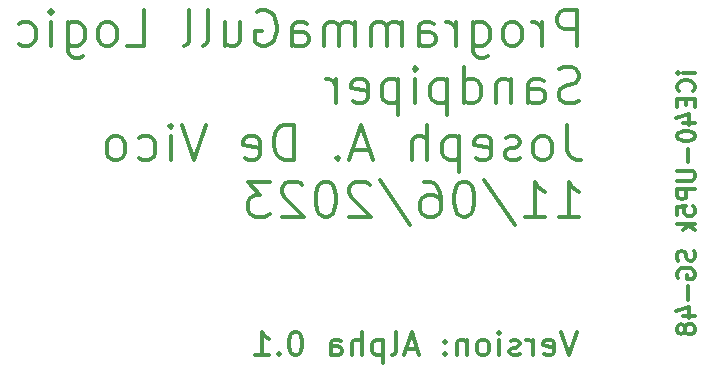
<source format=gbr>
%TF.GenerationSoftware,KiCad,Pcbnew,7.0.7*%
%TF.CreationDate,2023-11-08T14:01:29-08:00*%
%TF.ProjectId,ProgrammaGull_Sandpiper,50726f67-7261-46d6-9d61-47756c6c5f53,rev?*%
%TF.SameCoordinates,Original*%
%TF.FileFunction,Legend,Bot*%
%TF.FilePolarity,Positive*%
%FSLAX46Y46*%
G04 Gerber Fmt 4.6, Leading zero omitted, Abs format (unit mm)*
G04 Created by KiCad (PCBNEW 7.0.7) date 2023-11-08 14:01:29*
%MOMM*%
%LPD*%
G01*
G04 APERTURE LIST*
%ADD10C,0.300000*%
G04 APERTURE END LIST*
D10*
X94612155Y-73189638D02*
X93945489Y-75189638D01*
X93945489Y-75189638D02*
X93278822Y-73189638D01*
X91850250Y-75094400D02*
X92040726Y-75189638D01*
X92040726Y-75189638D02*
X92421679Y-75189638D01*
X92421679Y-75189638D02*
X92612155Y-75094400D01*
X92612155Y-75094400D02*
X92707393Y-74903923D01*
X92707393Y-74903923D02*
X92707393Y-74142019D01*
X92707393Y-74142019D02*
X92612155Y-73951542D01*
X92612155Y-73951542D02*
X92421679Y-73856304D01*
X92421679Y-73856304D02*
X92040726Y-73856304D01*
X92040726Y-73856304D02*
X91850250Y-73951542D01*
X91850250Y-73951542D02*
X91755012Y-74142019D01*
X91755012Y-74142019D02*
X91755012Y-74332495D01*
X91755012Y-74332495D02*
X92707393Y-74522971D01*
X90897869Y-75189638D02*
X90897869Y-73856304D01*
X90897869Y-74237257D02*
X90802631Y-74046780D01*
X90802631Y-74046780D02*
X90707393Y-73951542D01*
X90707393Y-73951542D02*
X90516917Y-73856304D01*
X90516917Y-73856304D02*
X90326440Y-73856304D01*
X89755012Y-75094400D02*
X89564536Y-75189638D01*
X89564536Y-75189638D02*
X89183584Y-75189638D01*
X89183584Y-75189638D02*
X88993107Y-75094400D01*
X88993107Y-75094400D02*
X88897869Y-74903923D01*
X88897869Y-74903923D02*
X88897869Y-74808685D01*
X88897869Y-74808685D02*
X88993107Y-74618209D01*
X88993107Y-74618209D02*
X89183584Y-74522971D01*
X89183584Y-74522971D02*
X89469298Y-74522971D01*
X89469298Y-74522971D02*
X89659774Y-74427733D01*
X89659774Y-74427733D02*
X89755012Y-74237257D01*
X89755012Y-74237257D02*
X89755012Y-74142019D01*
X89755012Y-74142019D02*
X89659774Y-73951542D01*
X89659774Y-73951542D02*
X89469298Y-73856304D01*
X89469298Y-73856304D02*
X89183584Y-73856304D01*
X89183584Y-73856304D02*
X88993107Y-73951542D01*
X88040726Y-75189638D02*
X88040726Y-73856304D01*
X88040726Y-73189638D02*
X88135964Y-73284876D01*
X88135964Y-73284876D02*
X88040726Y-73380114D01*
X88040726Y-73380114D02*
X87945488Y-73284876D01*
X87945488Y-73284876D02*
X88040726Y-73189638D01*
X88040726Y-73189638D02*
X88040726Y-73380114D01*
X86802631Y-75189638D02*
X86993107Y-75094400D01*
X86993107Y-75094400D02*
X87088345Y-74999161D01*
X87088345Y-74999161D02*
X87183583Y-74808685D01*
X87183583Y-74808685D02*
X87183583Y-74237257D01*
X87183583Y-74237257D02*
X87088345Y-74046780D01*
X87088345Y-74046780D02*
X86993107Y-73951542D01*
X86993107Y-73951542D02*
X86802631Y-73856304D01*
X86802631Y-73856304D02*
X86516916Y-73856304D01*
X86516916Y-73856304D02*
X86326440Y-73951542D01*
X86326440Y-73951542D02*
X86231202Y-74046780D01*
X86231202Y-74046780D02*
X86135964Y-74237257D01*
X86135964Y-74237257D02*
X86135964Y-74808685D01*
X86135964Y-74808685D02*
X86231202Y-74999161D01*
X86231202Y-74999161D02*
X86326440Y-75094400D01*
X86326440Y-75094400D02*
X86516916Y-75189638D01*
X86516916Y-75189638D02*
X86802631Y-75189638D01*
X85278821Y-73856304D02*
X85278821Y-75189638D01*
X85278821Y-74046780D02*
X85183583Y-73951542D01*
X85183583Y-73951542D02*
X84993107Y-73856304D01*
X84993107Y-73856304D02*
X84707392Y-73856304D01*
X84707392Y-73856304D02*
X84516916Y-73951542D01*
X84516916Y-73951542D02*
X84421678Y-74142019D01*
X84421678Y-74142019D02*
X84421678Y-75189638D01*
X83469297Y-74999161D02*
X83374059Y-75094400D01*
X83374059Y-75094400D02*
X83469297Y-75189638D01*
X83469297Y-75189638D02*
X83564535Y-75094400D01*
X83564535Y-75094400D02*
X83469297Y-74999161D01*
X83469297Y-74999161D02*
X83469297Y-75189638D01*
X83469297Y-73951542D02*
X83374059Y-74046780D01*
X83374059Y-74046780D02*
X83469297Y-74142019D01*
X83469297Y-74142019D02*
X83564535Y-74046780D01*
X83564535Y-74046780D02*
X83469297Y-73951542D01*
X83469297Y-73951542D02*
X83469297Y-74142019D01*
X81088344Y-74618209D02*
X80135963Y-74618209D01*
X81278820Y-75189638D02*
X80612154Y-73189638D01*
X80612154Y-73189638D02*
X79945487Y-75189638D01*
X78993106Y-75189638D02*
X79183582Y-75094400D01*
X79183582Y-75094400D02*
X79278820Y-74903923D01*
X79278820Y-74903923D02*
X79278820Y-73189638D01*
X78231201Y-73856304D02*
X78231201Y-75856304D01*
X78231201Y-73951542D02*
X78040725Y-73856304D01*
X78040725Y-73856304D02*
X77659772Y-73856304D01*
X77659772Y-73856304D02*
X77469296Y-73951542D01*
X77469296Y-73951542D02*
X77374058Y-74046780D01*
X77374058Y-74046780D02*
X77278820Y-74237257D01*
X77278820Y-74237257D02*
X77278820Y-74808685D01*
X77278820Y-74808685D02*
X77374058Y-74999161D01*
X77374058Y-74999161D02*
X77469296Y-75094400D01*
X77469296Y-75094400D02*
X77659772Y-75189638D01*
X77659772Y-75189638D02*
X78040725Y-75189638D01*
X78040725Y-75189638D02*
X78231201Y-75094400D01*
X76421677Y-75189638D02*
X76421677Y-73189638D01*
X75564534Y-75189638D02*
X75564534Y-74142019D01*
X75564534Y-74142019D02*
X75659772Y-73951542D01*
X75659772Y-73951542D02*
X75850248Y-73856304D01*
X75850248Y-73856304D02*
X76135963Y-73856304D01*
X76135963Y-73856304D02*
X76326439Y-73951542D01*
X76326439Y-73951542D02*
X76421677Y-74046780D01*
X73755010Y-75189638D02*
X73755010Y-74142019D01*
X73755010Y-74142019D02*
X73850248Y-73951542D01*
X73850248Y-73951542D02*
X74040724Y-73856304D01*
X74040724Y-73856304D02*
X74421677Y-73856304D01*
X74421677Y-73856304D02*
X74612153Y-73951542D01*
X73755010Y-75094400D02*
X73945486Y-75189638D01*
X73945486Y-75189638D02*
X74421677Y-75189638D01*
X74421677Y-75189638D02*
X74612153Y-75094400D01*
X74612153Y-75094400D02*
X74707391Y-74903923D01*
X74707391Y-74903923D02*
X74707391Y-74713447D01*
X74707391Y-74713447D02*
X74612153Y-74522971D01*
X74612153Y-74522971D02*
X74421677Y-74427733D01*
X74421677Y-74427733D02*
X73945486Y-74427733D01*
X73945486Y-74427733D02*
X73755010Y-74332495D01*
X70897867Y-73189638D02*
X70707390Y-73189638D01*
X70707390Y-73189638D02*
X70516914Y-73284876D01*
X70516914Y-73284876D02*
X70421676Y-73380114D01*
X70421676Y-73380114D02*
X70326438Y-73570590D01*
X70326438Y-73570590D02*
X70231200Y-73951542D01*
X70231200Y-73951542D02*
X70231200Y-74427733D01*
X70231200Y-74427733D02*
X70326438Y-74808685D01*
X70326438Y-74808685D02*
X70421676Y-74999161D01*
X70421676Y-74999161D02*
X70516914Y-75094400D01*
X70516914Y-75094400D02*
X70707390Y-75189638D01*
X70707390Y-75189638D02*
X70897867Y-75189638D01*
X70897867Y-75189638D02*
X71088343Y-75094400D01*
X71088343Y-75094400D02*
X71183581Y-74999161D01*
X71183581Y-74999161D02*
X71278819Y-74808685D01*
X71278819Y-74808685D02*
X71374057Y-74427733D01*
X71374057Y-74427733D02*
X71374057Y-73951542D01*
X71374057Y-73951542D02*
X71278819Y-73570590D01*
X71278819Y-73570590D02*
X71183581Y-73380114D01*
X71183581Y-73380114D02*
X71088343Y-73284876D01*
X71088343Y-73284876D02*
X70897867Y-73189638D01*
X69374057Y-74999161D02*
X69278819Y-75094400D01*
X69278819Y-75094400D02*
X69374057Y-75189638D01*
X69374057Y-75189638D02*
X69469295Y-75094400D01*
X69469295Y-75094400D02*
X69374057Y-74999161D01*
X69374057Y-74999161D02*
X69374057Y-75189638D01*
X67374057Y-75189638D02*
X68516914Y-75189638D01*
X67945486Y-75189638D02*
X67945486Y-73189638D01*
X67945486Y-73189638D02*
X68135962Y-73475352D01*
X68135962Y-73475352D02*
X68326438Y-73665828D01*
X68326438Y-73665828D02*
X68516914Y-73761066D01*
X104600828Y-51254510D02*
X103600828Y-51254510D01*
X103100828Y-51254510D02*
X103172257Y-51183082D01*
X103172257Y-51183082D02*
X103243685Y-51254510D01*
X103243685Y-51254510D02*
X103172257Y-51325939D01*
X103172257Y-51325939D02*
X103100828Y-51254510D01*
X103100828Y-51254510D02*
X103243685Y-51254510D01*
X104457971Y-52825939D02*
X104529400Y-52754511D01*
X104529400Y-52754511D02*
X104600828Y-52540225D01*
X104600828Y-52540225D02*
X104600828Y-52397368D01*
X104600828Y-52397368D02*
X104529400Y-52183082D01*
X104529400Y-52183082D02*
X104386542Y-52040225D01*
X104386542Y-52040225D02*
X104243685Y-51968796D01*
X104243685Y-51968796D02*
X103957971Y-51897368D01*
X103957971Y-51897368D02*
X103743685Y-51897368D01*
X103743685Y-51897368D02*
X103457971Y-51968796D01*
X103457971Y-51968796D02*
X103315114Y-52040225D01*
X103315114Y-52040225D02*
X103172257Y-52183082D01*
X103172257Y-52183082D02*
X103100828Y-52397368D01*
X103100828Y-52397368D02*
X103100828Y-52540225D01*
X103100828Y-52540225D02*
X103172257Y-52754511D01*
X103172257Y-52754511D02*
X103243685Y-52825939D01*
X103815114Y-53468796D02*
X103815114Y-53968796D01*
X104600828Y-54183082D02*
X104600828Y-53468796D01*
X104600828Y-53468796D02*
X103100828Y-53468796D01*
X103100828Y-53468796D02*
X103100828Y-54183082D01*
X103600828Y-55468797D02*
X104600828Y-55468797D01*
X103029400Y-55111654D02*
X104100828Y-54754511D01*
X104100828Y-54754511D02*
X104100828Y-55683082D01*
X103100828Y-56540225D02*
X103100828Y-56683082D01*
X103100828Y-56683082D02*
X103172257Y-56825939D01*
X103172257Y-56825939D02*
X103243685Y-56897368D01*
X103243685Y-56897368D02*
X103386542Y-56968796D01*
X103386542Y-56968796D02*
X103672257Y-57040225D01*
X103672257Y-57040225D02*
X104029400Y-57040225D01*
X104029400Y-57040225D02*
X104315114Y-56968796D01*
X104315114Y-56968796D02*
X104457971Y-56897368D01*
X104457971Y-56897368D02*
X104529400Y-56825939D01*
X104529400Y-56825939D02*
X104600828Y-56683082D01*
X104600828Y-56683082D02*
X104600828Y-56540225D01*
X104600828Y-56540225D02*
X104529400Y-56397368D01*
X104529400Y-56397368D02*
X104457971Y-56325939D01*
X104457971Y-56325939D02*
X104315114Y-56254510D01*
X104315114Y-56254510D02*
X104029400Y-56183082D01*
X104029400Y-56183082D02*
X103672257Y-56183082D01*
X103672257Y-56183082D02*
X103386542Y-56254510D01*
X103386542Y-56254510D02*
X103243685Y-56325939D01*
X103243685Y-56325939D02*
X103172257Y-56397368D01*
X103172257Y-56397368D02*
X103100828Y-56540225D01*
X104029400Y-57683081D02*
X104029400Y-58825939D01*
X103100828Y-59540224D02*
X104315114Y-59540224D01*
X104315114Y-59540224D02*
X104457971Y-59611653D01*
X104457971Y-59611653D02*
X104529400Y-59683082D01*
X104529400Y-59683082D02*
X104600828Y-59825939D01*
X104600828Y-59825939D02*
X104600828Y-60111653D01*
X104600828Y-60111653D02*
X104529400Y-60254510D01*
X104529400Y-60254510D02*
X104457971Y-60325939D01*
X104457971Y-60325939D02*
X104315114Y-60397367D01*
X104315114Y-60397367D02*
X103100828Y-60397367D01*
X104600828Y-61111653D02*
X103100828Y-61111653D01*
X103100828Y-61111653D02*
X103100828Y-61683082D01*
X103100828Y-61683082D02*
X103172257Y-61825939D01*
X103172257Y-61825939D02*
X103243685Y-61897368D01*
X103243685Y-61897368D02*
X103386542Y-61968796D01*
X103386542Y-61968796D02*
X103600828Y-61968796D01*
X103600828Y-61968796D02*
X103743685Y-61897368D01*
X103743685Y-61897368D02*
X103815114Y-61825939D01*
X103815114Y-61825939D02*
X103886542Y-61683082D01*
X103886542Y-61683082D02*
X103886542Y-61111653D01*
X103100828Y-63325939D02*
X103100828Y-62611653D01*
X103100828Y-62611653D02*
X103815114Y-62540225D01*
X103815114Y-62540225D02*
X103743685Y-62611653D01*
X103743685Y-62611653D02*
X103672257Y-62754511D01*
X103672257Y-62754511D02*
X103672257Y-63111653D01*
X103672257Y-63111653D02*
X103743685Y-63254511D01*
X103743685Y-63254511D02*
X103815114Y-63325939D01*
X103815114Y-63325939D02*
X103957971Y-63397368D01*
X103957971Y-63397368D02*
X104315114Y-63397368D01*
X104315114Y-63397368D02*
X104457971Y-63325939D01*
X104457971Y-63325939D02*
X104529400Y-63254511D01*
X104529400Y-63254511D02*
X104600828Y-63111653D01*
X104600828Y-63111653D02*
X104600828Y-62754511D01*
X104600828Y-62754511D02*
X104529400Y-62611653D01*
X104529400Y-62611653D02*
X104457971Y-62540225D01*
X104600828Y-64040224D02*
X103100828Y-64040224D01*
X104029400Y-64183082D02*
X104600828Y-64611653D01*
X103600828Y-64611653D02*
X104172257Y-64040224D01*
X104529400Y-66325939D02*
X104600828Y-66540225D01*
X104600828Y-66540225D02*
X104600828Y-66897367D01*
X104600828Y-66897367D02*
X104529400Y-67040225D01*
X104529400Y-67040225D02*
X104457971Y-67111653D01*
X104457971Y-67111653D02*
X104315114Y-67183082D01*
X104315114Y-67183082D02*
X104172257Y-67183082D01*
X104172257Y-67183082D02*
X104029400Y-67111653D01*
X104029400Y-67111653D02*
X103957971Y-67040225D01*
X103957971Y-67040225D02*
X103886542Y-66897367D01*
X103886542Y-66897367D02*
X103815114Y-66611653D01*
X103815114Y-66611653D02*
X103743685Y-66468796D01*
X103743685Y-66468796D02*
X103672257Y-66397367D01*
X103672257Y-66397367D02*
X103529400Y-66325939D01*
X103529400Y-66325939D02*
X103386542Y-66325939D01*
X103386542Y-66325939D02*
X103243685Y-66397367D01*
X103243685Y-66397367D02*
X103172257Y-66468796D01*
X103172257Y-66468796D02*
X103100828Y-66611653D01*
X103100828Y-66611653D02*
X103100828Y-66968796D01*
X103100828Y-66968796D02*
X103172257Y-67183082D01*
X103172257Y-68611653D02*
X103100828Y-68468796D01*
X103100828Y-68468796D02*
X103100828Y-68254510D01*
X103100828Y-68254510D02*
X103172257Y-68040224D01*
X103172257Y-68040224D02*
X103315114Y-67897367D01*
X103315114Y-67897367D02*
X103457971Y-67825938D01*
X103457971Y-67825938D02*
X103743685Y-67754510D01*
X103743685Y-67754510D02*
X103957971Y-67754510D01*
X103957971Y-67754510D02*
X104243685Y-67825938D01*
X104243685Y-67825938D02*
X104386542Y-67897367D01*
X104386542Y-67897367D02*
X104529400Y-68040224D01*
X104529400Y-68040224D02*
X104600828Y-68254510D01*
X104600828Y-68254510D02*
X104600828Y-68397367D01*
X104600828Y-68397367D02*
X104529400Y-68611653D01*
X104529400Y-68611653D02*
X104457971Y-68683081D01*
X104457971Y-68683081D02*
X103957971Y-68683081D01*
X103957971Y-68683081D02*
X103957971Y-68397367D01*
X104029400Y-69325938D02*
X104029400Y-70468796D01*
X103600828Y-71825939D02*
X104600828Y-71825939D01*
X103029400Y-71468796D02*
X104100828Y-71111653D01*
X104100828Y-71111653D02*
X104100828Y-72040224D01*
X103743685Y-72825938D02*
X103672257Y-72683081D01*
X103672257Y-72683081D02*
X103600828Y-72611652D01*
X103600828Y-72611652D02*
X103457971Y-72540224D01*
X103457971Y-72540224D02*
X103386542Y-72540224D01*
X103386542Y-72540224D02*
X103243685Y-72611652D01*
X103243685Y-72611652D02*
X103172257Y-72683081D01*
X103172257Y-72683081D02*
X103100828Y-72825938D01*
X103100828Y-72825938D02*
X103100828Y-73111652D01*
X103100828Y-73111652D02*
X103172257Y-73254510D01*
X103172257Y-73254510D02*
X103243685Y-73325938D01*
X103243685Y-73325938D02*
X103386542Y-73397367D01*
X103386542Y-73397367D02*
X103457971Y-73397367D01*
X103457971Y-73397367D02*
X103600828Y-73325938D01*
X103600828Y-73325938D02*
X103672257Y-73254510D01*
X103672257Y-73254510D02*
X103743685Y-73111652D01*
X103743685Y-73111652D02*
X103743685Y-72825938D01*
X103743685Y-72825938D02*
X103815114Y-72683081D01*
X103815114Y-72683081D02*
X103886542Y-72611652D01*
X103886542Y-72611652D02*
X104029400Y-72540224D01*
X104029400Y-72540224D02*
X104315114Y-72540224D01*
X104315114Y-72540224D02*
X104457971Y-72611652D01*
X104457971Y-72611652D02*
X104529400Y-72683081D01*
X104529400Y-72683081D02*
X104600828Y-72825938D01*
X104600828Y-72825938D02*
X104600828Y-73111652D01*
X104600828Y-73111652D02*
X104529400Y-73254510D01*
X104529400Y-73254510D02*
X104457971Y-73325938D01*
X104457971Y-73325938D02*
X104315114Y-73397367D01*
X104315114Y-73397367D02*
X104029400Y-73397367D01*
X104029400Y-73397367D02*
X103886542Y-73325938D01*
X103886542Y-73325938D02*
X103815114Y-73254510D01*
X103815114Y-73254510D02*
X103743685Y-73111652D01*
X94638346Y-48977257D02*
X94638346Y-45977257D01*
X94638346Y-45977257D02*
X93495489Y-45977257D01*
X93495489Y-45977257D02*
X93209774Y-46120114D01*
X93209774Y-46120114D02*
X93066917Y-46262971D01*
X93066917Y-46262971D02*
X92924060Y-46548685D01*
X92924060Y-46548685D02*
X92924060Y-46977257D01*
X92924060Y-46977257D02*
X93066917Y-47262971D01*
X93066917Y-47262971D02*
X93209774Y-47405828D01*
X93209774Y-47405828D02*
X93495489Y-47548685D01*
X93495489Y-47548685D02*
X94638346Y-47548685D01*
X91638346Y-48977257D02*
X91638346Y-46977257D01*
X91638346Y-47548685D02*
X91495489Y-47262971D01*
X91495489Y-47262971D02*
X91352632Y-47120114D01*
X91352632Y-47120114D02*
X91066917Y-46977257D01*
X91066917Y-46977257D02*
X90781203Y-46977257D01*
X89352631Y-48977257D02*
X89638346Y-48834400D01*
X89638346Y-48834400D02*
X89781203Y-48691542D01*
X89781203Y-48691542D02*
X89924060Y-48405828D01*
X89924060Y-48405828D02*
X89924060Y-47548685D01*
X89924060Y-47548685D02*
X89781203Y-47262971D01*
X89781203Y-47262971D02*
X89638346Y-47120114D01*
X89638346Y-47120114D02*
X89352631Y-46977257D01*
X89352631Y-46977257D02*
X88924060Y-46977257D01*
X88924060Y-46977257D02*
X88638346Y-47120114D01*
X88638346Y-47120114D02*
X88495489Y-47262971D01*
X88495489Y-47262971D02*
X88352631Y-47548685D01*
X88352631Y-47548685D02*
X88352631Y-48405828D01*
X88352631Y-48405828D02*
X88495489Y-48691542D01*
X88495489Y-48691542D02*
X88638346Y-48834400D01*
X88638346Y-48834400D02*
X88924060Y-48977257D01*
X88924060Y-48977257D02*
X89352631Y-48977257D01*
X85781203Y-46977257D02*
X85781203Y-49405828D01*
X85781203Y-49405828D02*
X85924060Y-49691542D01*
X85924060Y-49691542D02*
X86066917Y-49834400D01*
X86066917Y-49834400D02*
X86352631Y-49977257D01*
X86352631Y-49977257D02*
X86781203Y-49977257D01*
X86781203Y-49977257D02*
X87066917Y-49834400D01*
X85781203Y-48834400D02*
X86066917Y-48977257D01*
X86066917Y-48977257D02*
X86638345Y-48977257D01*
X86638345Y-48977257D02*
X86924060Y-48834400D01*
X86924060Y-48834400D02*
X87066917Y-48691542D01*
X87066917Y-48691542D02*
X87209774Y-48405828D01*
X87209774Y-48405828D02*
X87209774Y-47548685D01*
X87209774Y-47548685D02*
X87066917Y-47262971D01*
X87066917Y-47262971D02*
X86924060Y-47120114D01*
X86924060Y-47120114D02*
X86638345Y-46977257D01*
X86638345Y-46977257D02*
X86066917Y-46977257D01*
X86066917Y-46977257D02*
X85781203Y-47120114D01*
X84352631Y-48977257D02*
X84352631Y-46977257D01*
X84352631Y-47548685D02*
X84209774Y-47262971D01*
X84209774Y-47262971D02*
X84066917Y-47120114D01*
X84066917Y-47120114D02*
X83781202Y-46977257D01*
X83781202Y-46977257D02*
X83495488Y-46977257D01*
X81209774Y-48977257D02*
X81209774Y-47405828D01*
X81209774Y-47405828D02*
X81352631Y-47120114D01*
X81352631Y-47120114D02*
X81638345Y-46977257D01*
X81638345Y-46977257D02*
X82209774Y-46977257D01*
X82209774Y-46977257D02*
X82495488Y-47120114D01*
X81209774Y-48834400D02*
X81495488Y-48977257D01*
X81495488Y-48977257D02*
X82209774Y-48977257D01*
X82209774Y-48977257D02*
X82495488Y-48834400D01*
X82495488Y-48834400D02*
X82638345Y-48548685D01*
X82638345Y-48548685D02*
X82638345Y-48262971D01*
X82638345Y-48262971D02*
X82495488Y-47977257D01*
X82495488Y-47977257D02*
X82209774Y-47834400D01*
X82209774Y-47834400D02*
X81495488Y-47834400D01*
X81495488Y-47834400D02*
X81209774Y-47691542D01*
X79781202Y-48977257D02*
X79781202Y-46977257D01*
X79781202Y-47262971D02*
X79638345Y-47120114D01*
X79638345Y-47120114D02*
X79352630Y-46977257D01*
X79352630Y-46977257D02*
X78924059Y-46977257D01*
X78924059Y-46977257D02*
X78638345Y-47120114D01*
X78638345Y-47120114D02*
X78495488Y-47405828D01*
X78495488Y-47405828D02*
X78495488Y-48977257D01*
X78495488Y-47405828D02*
X78352630Y-47120114D01*
X78352630Y-47120114D02*
X78066916Y-46977257D01*
X78066916Y-46977257D02*
X77638345Y-46977257D01*
X77638345Y-46977257D02*
X77352630Y-47120114D01*
X77352630Y-47120114D02*
X77209773Y-47405828D01*
X77209773Y-47405828D02*
X77209773Y-48977257D01*
X75781202Y-48977257D02*
X75781202Y-46977257D01*
X75781202Y-47262971D02*
X75638345Y-47120114D01*
X75638345Y-47120114D02*
X75352630Y-46977257D01*
X75352630Y-46977257D02*
X74924059Y-46977257D01*
X74924059Y-46977257D02*
X74638345Y-47120114D01*
X74638345Y-47120114D02*
X74495488Y-47405828D01*
X74495488Y-47405828D02*
X74495488Y-48977257D01*
X74495488Y-47405828D02*
X74352630Y-47120114D01*
X74352630Y-47120114D02*
X74066916Y-46977257D01*
X74066916Y-46977257D02*
X73638345Y-46977257D01*
X73638345Y-46977257D02*
X73352630Y-47120114D01*
X73352630Y-47120114D02*
X73209773Y-47405828D01*
X73209773Y-47405828D02*
X73209773Y-48977257D01*
X70495488Y-48977257D02*
X70495488Y-47405828D01*
X70495488Y-47405828D02*
X70638345Y-47120114D01*
X70638345Y-47120114D02*
X70924059Y-46977257D01*
X70924059Y-46977257D02*
X71495488Y-46977257D01*
X71495488Y-46977257D02*
X71781202Y-47120114D01*
X70495488Y-48834400D02*
X70781202Y-48977257D01*
X70781202Y-48977257D02*
X71495488Y-48977257D01*
X71495488Y-48977257D02*
X71781202Y-48834400D01*
X71781202Y-48834400D02*
X71924059Y-48548685D01*
X71924059Y-48548685D02*
X71924059Y-48262971D01*
X71924059Y-48262971D02*
X71781202Y-47977257D01*
X71781202Y-47977257D02*
X71495488Y-47834400D01*
X71495488Y-47834400D02*
X70781202Y-47834400D01*
X70781202Y-47834400D02*
X70495488Y-47691542D01*
X67495487Y-46120114D02*
X67781202Y-45977257D01*
X67781202Y-45977257D02*
X68209773Y-45977257D01*
X68209773Y-45977257D02*
X68638344Y-46120114D01*
X68638344Y-46120114D02*
X68924059Y-46405828D01*
X68924059Y-46405828D02*
X69066916Y-46691542D01*
X69066916Y-46691542D02*
X69209773Y-47262971D01*
X69209773Y-47262971D02*
X69209773Y-47691542D01*
X69209773Y-47691542D02*
X69066916Y-48262971D01*
X69066916Y-48262971D02*
X68924059Y-48548685D01*
X68924059Y-48548685D02*
X68638344Y-48834400D01*
X68638344Y-48834400D02*
X68209773Y-48977257D01*
X68209773Y-48977257D02*
X67924059Y-48977257D01*
X67924059Y-48977257D02*
X67495487Y-48834400D01*
X67495487Y-48834400D02*
X67352630Y-48691542D01*
X67352630Y-48691542D02*
X67352630Y-47691542D01*
X67352630Y-47691542D02*
X67924059Y-47691542D01*
X64781202Y-46977257D02*
X64781202Y-48977257D01*
X66066916Y-46977257D02*
X66066916Y-48548685D01*
X66066916Y-48548685D02*
X65924059Y-48834400D01*
X65924059Y-48834400D02*
X65638344Y-48977257D01*
X65638344Y-48977257D02*
X65209773Y-48977257D01*
X65209773Y-48977257D02*
X64924059Y-48834400D01*
X64924059Y-48834400D02*
X64781202Y-48691542D01*
X62924058Y-48977257D02*
X63209773Y-48834400D01*
X63209773Y-48834400D02*
X63352630Y-48548685D01*
X63352630Y-48548685D02*
X63352630Y-45977257D01*
X61352629Y-48977257D02*
X61638344Y-48834400D01*
X61638344Y-48834400D02*
X61781201Y-48548685D01*
X61781201Y-48548685D02*
X61781201Y-45977257D01*
X56495486Y-48977257D02*
X57924058Y-48977257D01*
X57924058Y-48977257D02*
X57924058Y-45977257D01*
X55066915Y-48977257D02*
X55352630Y-48834400D01*
X55352630Y-48834400D02*
X55495487Y-48691542D01*
X55495487Y-48691542D02*
X55638344Y-48405828D01*
X55638344Y-48405828D02*
X55638344Y-47548685D01*
X55638344Y-47548685D02*
X55495487Y-47262971D01*
X55495487Y-47262971D02*
X55352630Y-47120114D01*
X55352630Y-47120114D02*
X55066915Y-46977257D01*
X55066915Y-46977257D02*
X54638344Y-46977257D01*
X54638344Y-46977257D02*
X54352630Y-47120114D01*
X54352630Y-47120114D02*
X54209773Y-47262971D01*
X54209773Y-47262971D02*
X54066915Y-47548685D01*
X54066915Y-47548685D02*
X54066915Y-48405828D01*
X54066915Y-48405828D02*
X54209773Y-48691542D01*
X54209773Y-48691542D02*
X54352630Y-48834400D01*
X54352630Y-48834400D02*
X54638344Y-48977257D01*
X54638344Y-48977257D02*
X55066915Y-48977257D01*
X51495487Y-46977257D02*
X51495487Y-49405828D01*
X51495487Y-49405828D02*
X51638344Y-49691542D01*
X51638344Y-49691542D02*
X51781201Y-49834400D01*
X51781201Y-49834400D02*
X52066915Y-49977257D01*
X52066915Y-49977257D02*
X52495487Y-49977257D01*
X52495487Y-49977257D02*
X52781201Y-49834400D01*
X51495487Y-48834400D02*
X51781201Y-48977257D01*
X51781201Y-48977257D02*
X52352629Y-48977257D01*
X52352629Y-48977257D02*
X52638344Y-48834400D01*
X52638344Y-48834400D02*
X52781201Y-48691542D01*
X52781201Y-48691542D02*
X52924058Y-48405828D01*
X52924058Y-48405828D02*
X52924058Y-47548685D01*
X52924058Y-47548685D02*
X52781201Y-47262971D01*
X52781201Y-47262971D02*
X52638344Y-47120114D01*
X52638344Y-47120114D02*
X52352629Y-46977257D01*
X52352629Y-46977257D02*
X51781201Y-46977257D01*
X51781201Y-46977257D02*
X51495487Y-47120114D01*
X50066915Y-48977257D02*
X50066915Y-46977257D01*
X50066915Y-45977257D02*
X50209772Y-46120114D01*
X50209772Y-46120114D02*
X50066915Y-46262971D01*
X50066915Y-46262971D02*
X49924058Y-46120114D01*
X49924058Y-46120114D02*
X50066915Y-45977257D01*
X50066915Y-45977257D02*
X50066915Y-46262971D01*
X47352630Y-48834400D02*
X47638344Y-48977257D01*
X47638344Y-48977257D02*
X48209772Y-48977257D01*
X48209772Y-48977257D02*
X48495487Y-48834400D01*
X48495487Y-48834400D02*
X48638344Y-48691542D01*
X48638344Y-48691542D02*
X48781201Y-48405828D01*
X48781201Y-48405828D02*
X48781201Y-47548685D01*
X48781201Y-47548685D02*
X48638344Y-47262971D01*
X48638344Y-47262971D02*
X48495487Y-47120114D01*
X48495487Y-47120114D02*
X48209772Y-46977257D01*
X48209772Y-46977257D02*
X47638344Y-46977257D01*
X47638344Y-46977257D02*
X47352630Y-47120114D01*
X94781203Y-53664400D02*
X94352632Y-53807257D01*
X94352632Y-53807257D02*
X93638346Y-53807257D01*
X93638346Y-53807257D02*
X93352632Y-53664400D01*
X93352632Y-53664400D02*
X93209774Y-53521542D01*
X93209774Y-53521542D02*
X93066917Y-53235828D01*
X93066917Y-53235828D02*
X93066917Y-52950114D01*
X93066917Y-52950114D02*
X93209774Y-52664400D01*
X93209774Y-52664400D02*
X93352632Y-52521542D01*
X93352632Y-52521542D02*
X93638346Y-52378685D01*
X93638346Y-52378685D02*
X94209774Y-52235828D01*
X94209774Y-52235828D02*
X94495489Y-52092971D01*
X94495489Y-52092971D02*
X94638346Y-51950114D01*
X94638346Y-51950114D02*
X94781203Y-51664400D01*
X94781203Y-51664400D02*
X94781203Y-51378685D01*
X94781203Y-51378685D02*
X94638346Y-51092971D01*
X94638346Y-51092971D02*
X94495489Y-50950114D01*
X94495489Y-50950114D02*
X94209774Y-50807257D01*
X94209774Y-50807257D02*
X93495489Y-50807257D01*
X93495489Y-50807257D02*
X93066917Y-50950114D01*
X90495489Y-53807257D02*
X90495489Y-52235828D01*
X90495489Y-52235828D02*
X90638346Y-51950114D01*
X90638346Y-51950114D02*
X90924060Y-51807257D01*
X90924060Y-51807257D02*
X91495489Y-51807257D01*
X91495489Y-51807257D02*
X91781203Y-51950114D01*
X90495489Y-53664400D02*
X90781203Y-53807257D01*
X90781203Y-53807257D02*
X91495489Y-53807257D01*
X91495489Y-53807257D02*
X91781203Y-53664400D01*
X91781203Y-53664400D02*
X91924060Y-53378685D01*
X91924060Y-53378685D02*
X91924060Y-53092971D01*
X91924060Y-53092971D02*
X91781203Y-52807257D01*
X91781203Y-52807257D02*
X91495489Y-52664400D01*
X91495489Y-52664400D02*
X90781203Y-52664400D01*
X90781203Y-52664400D02*
X90495489Y-52521542D01*
X89066917Y-51807257D02*
X89066917Y-53807257D01*
X89066917Y-52092971D02*
X88924060Y-51950114D01*
X88924060Y-51950114D02*
X88638345Y-51807257D01*
X88638345Y-51807257D02*
X88209774Y-51807257D01*
X88209774Y-51807257D02*
X87924060Y-51950114D01*
X87924060Y-51950114D02*
X87781203Y-52235828D01*
X87781203Y-52235828D02*
X87781203Y-53807257D01*
X85066917Y-53807257D02*
X85066917Y-50807257D01*
X85066917Y-53664400D02*
X85352631Y-53807257D01*
X85352631Y-53807257D02*
X85924059Y-53807257D01*
X85924059Y-53807257D02*
X86209774Y-53664400D01*
X86209774Y-53664400D02*
X86352631Y-53521542D01*
X86352631Y-53521542D02*
X86495488Y-53235828D01*
X86495488Y-53235828D02*
X86495488Y-52378685D01*
X86495488Y-52378685D02*
X86352631Y-52092971D01*
X86352631Y-52092971D02*
X86209774Y-51950114D01*
X86209774Y-51950114D02*
X85924059Y-51807257D01*
X85924059Y-51807257D02*
X85352631Y-51807257D01*
X85352631Y-51807257D02*
X85066917Y-51950114D01*
X83638345Y-51807257D02*
X83638345Y-54807257D01*
X83638345Y-51950114D02*
X83352631Y-51807257D01*
X83352631Y-51807257D02*
X82781202Y-51807257D01*
X82781202Y-51807257D02*
X82495488Y-51950114D01*
X82495488Y-51950114D02*
X82352631Y-52092971D01*
X82352631Y-52092971D02*
X82209773Y-52378685D01*
X82209773Y-52378685D02*
X82209773Y-53235828D01*
X82209773Y-53235828D02*
X82352631Y-53521542D01*
X82352631Y-53521542D02*
X82495488Y-53664400D01*
X82495488Y-53664400D02*
X82781202Y-53807257D01*
X82781202Y-53807257D02*
X83352631Y-53807257D01*
X83352631Y-53807257D02*
X83638345Y-53664400D01*
X80924059Y-53807257D02*
X80924059Y-51807257D01*
X80924059Y-50807257D02*
X81066916Y-50950114D01*
X81066916Y-50950114D02*
X80924059Y-51092971D01*
X80924059Y-51092971D02*
X80781202Y-50950114D01*
X80781202Y-50950114D02*
X80924059Y-50807257D01*
X80924059Y-50807257D02*
X80924059Y-51092971D01*
X79495488Y-51807257D02*
X79495488Y-54807257D01*
X79495488Y-51950114D02*
X79209774Y-51807257D01*
X79209774Y-51807257D02*
X78638345Y-51807257D01*
X78638345Y-51807257D02*
X78352631Y-51950114D01*
X78352631Y-51950114D02*
X78209774Y-52092971D01*
X78209774Y-52092971D02*
X78066916Y-52378685D01*
X78066916Y-52378685D02*
X78066916Y-53235828D01*
X78066916Y-53235828D02*
X78209774Y-53521542D01*
X78209774Y-53521542D02*
X78352631Y-53664400D01*
X78352631Y-53664400D02*
X78638345Y-53807257D01*
X78638345Y-53807257D02*
X79209774Y-53807257D01*
X79209774Y-53807257D02*
X79495488Y-53664400D01*
X75638345Y-53664400D02*
X75924059Y-53807257D01*
X75924059Y-53807257D02*
X76495488Y-53807257D01*
X76495488Y-53807257D02*
X76781202Y-53664400D01*
X76781202Y-53664400D02*
X76924059Y-53378685D01*
X76924059Y-53378685D02*
X76924059Y-52235828D01*
X76924059Y-52235828D02*
X76781202Y-51950114D01*
X76781202Y-51950114D02*
X76495488Y-51807257D01*
X76495488Y-51807257D02*
X75924059Y-51807257D01*
X75924059Y-51807257D02*
X75638345Y-51950114D01*
X75638345Y-51950114D02*
X75495488Y-52235828D01*
X75495488Y-52235828D02*
X75495488Y-52521542D01*
X75495488Y-52521542D02*
X76924059Y-52807257D01*
X74209773Y-53807257D02*
X74209773Y-51807257D01*
X74209773Y-52378685D02*
X74066916Y-52092971D01*
X74066916Y-52092971D02*
X73924059Y-51950114D01*
X73924059Y-51950114D02*
X73638344Y-51807257D01*
X73638344Y-51807257D02*
X73352630Y-51807257D01*
X93781203Y-55637257D02*
X93781203Y-57780114D01*
X93781203Y-57780114D02*
X93924060Y-58208685D01*
X93924060Y-58208685D02*
X94209774Y-58494400D01*
X94209774Y-58494400D02*
X94638346Y-58637257D01*
X94638346Y-58637257D02*
X94924060Y-58637257D01*
X91924060Y-58637257D02*
X92209775Y-58494400D01*
X92209775Y-58494400D02*
X92352632Y-58351542D01*
X92352632Y-58351542D02*
X92495489Y-58065828D01*
X92495489Y-58065828D02*
X92495489Y-57208685D01*
X92495489Y-57208685D02*
X92352632Y-56922971D01*
X92352632Y-56922971D02*
X92209775Y-56780114D01*
X92209775Y-56780114D02*
X91924060Y-56637257D01*
X91924060Y-56637257D02*
X91495489Y-56637257D01*
X91495489Y-56637257D02*
X91209775Y-56780114D01*
X91209775Y-56780114D02*
X91066918Y-56922971D01*
X91066918Y-56922971D02*
X90924060Y-57208685D01*
X90924060Y-57208685D02*
X90924060Y-58065828D01*
X90924060Y-58065828D02*
X91066918Y-58351542D01*
X91066918Y-58351542D02*
X91209775Y-58494400D01*
X91209775Y-58494400D02*
X91495489Y-58637257D01*
X91495489Y-58637257D02*
X91924060Y-58637257D01*
X89781203Y-58494400D02*
X89495489Y-58637257D01*
X89495489Y-58637257D02*
X88924060Y-58637257D01*
X88924060Y-58637257D02*
X88638346Y-58494400D01*
X88638346Y-58494400D02*
X88495489Y-58208685D01*
X88495489Y-58208685D02*
X88495489Y-58065828D01*
X88495489Y-58065828D02*
X88638346Y-57780114D01*
X88638346Y-57780114D02*
X88924060Y-57637257D01*
X88924060Y-57637257D02*
X89352632Y-57637257D01*
X89352632Y-57637257D02*
X89638346Y-57494400D01*
X89638346Y-57494400D02*
X89781203Y-57208685D01*
X89781203Y-57208685D02*
X89781203Y-57065828D01*
X89781203Y-57065828D02*
X89638346Y-56780114D01*
X89638346Y-56780114D02*
X89352632Y-56637257D01*
X89352632Y-56637257D02*
X88924060Y-56637257D01*
X88924060Y-56637257D02*
X88638346Y-56780114D01*
X86066918Y-58494400D02*
X86352632Y-58637257D01*
X86352632Y-58637257D02*
X86924061Y-58637257D01*
X86924061Y-58637257D02*
X87209775Y-58494400D01*
X87209775Y-58494400D02*
X87352632Y-58208685D01*
X87352632Y-58208685D02*
X87352632Y-57065828D01*
X87352632Y-57065828D02*
X87209775Y-56780114D01*
X87209775Y-56780114D02*
X86924061Y-56637257D01*
X86924061Y-56637257D02*
X86352632Y-56637257D01*
X86352632Y-56637257D02*
X86066918Y-56780114D01*
X86066918Y-56780114D02*
X85924061Y-57065828D01*
X85924061Y-57065828D02*
X85924061Y-57351542D01*
X85924061Y-57351542D02*
X87352632Y-57637257D01*
X84638346Y-56637257D02*
X84638346Y-59637257D01*
X84638346Y-56780114D02*
X84352632Y-56637257D01*
X84352632Y-56637257D02*
X83781203Y-56637257D01*
X83781203Y-56637257D02*
X83495489Y-56780114D01*
X83495489Y-56780114D02*
X83352632Y-56922971D01*
X83352632Y-56922971D02*
X83209774Y-57208685D01*
X83209774Y-57208685D02*
X83209774Y-58065828D01*
X83209774Y-58065828D02*
X83352632Y-58351542D01*
X83352632Y-58351542D02*
X83495489Y-58494400D01*
X83495489Y-58494400D02*
X83781203Y-58637257D01*
X83781203Y-58637257D02*
X84352632Y-58637257D01*
X84352632Y-58637257D02*
X84638346Y-58494400D01*
X81924060Y-58637257D02*
X81924060Y-55637257D01*
X80638346Y-58637257D02*
X80638346Y-57065828D01*
X80638346Y-57065828D02*
X80781203Y-56780114D01*
X80781203Y-56780114D02*
X81066917Y-56637257D01*
X81066917Y-56637257D02*
X81495488Y-56637257D01*
X81495488Y-56637257D02*
X81781203Y-56780114D01*
X81781203Y-56780114D02*
X81924060Y-56922971D01*
X77066917Y-57780114D02*
X75638346Y-57780114D01*
X77352631Y-58637257D02*
X76352631Y-55637257D01*
X76352631Y-55637257D02*
X75352631Y-58637257D01*
X74352631Y-58351542D02*
X74209774Y-58494400D01*
X74209774Y-58494400D02*
X74352631Y-58637257D01*
X74352631Y-58637257D02*
X74495488Y-58494400D01*
X74495488Y-58494400D02*
X74352631Y-58351542D01*
X74352631Y-58351542D02*
X74352631Y-58637257D01*
X70638346Y-58637257D02*
X70638346Y-55637257D01*
X70638346Y-55637257D02*
X69924060Y-55637257D01*
X69924060Y-55637257D02*
X69495489Y-55780114D01*
X69495489Y-55780114D02*
X69209774Y-56065828D01*
X69209774Y-56065828D02*
X69066917Y-56351542D01*
X69066917Y-56351542D02*
X68924060Y-56922971D01*
X68924060Y-56922971D02*
X68924060Y-57351542D01*
X68924060Y-57351542D02*
X69066917Y-57922971D01*
X69066917Y-57922971D02*
X69209774Y-58208685D01*
X69209774Y-58208685D02*
X69495489Y-58494400D01*
X69495489Y-58494400D02*
X69924060Y-58637257D01*
X69924060Y-58637257D02*
X70638346Y-58637257D01*
X66495489Y-58494400D02*
X66781203Y-58637257D01*
X66781203Y-58637257D02*
X67352632Y-58637257D01*
X67352632Y-58637257D02*
X67638346Y-58494400D01*
X67638346Y-58494400D02*
X67781203Y-58208685D01*
X67781203Y-58208685D02*
X67781203Y-57065828D01*
X67781203Y-57065828D02*
X67638346Y-56780114D01*
X67638346Y-56780114D02*
X67352632Y-56637257D01*
X67352632Y-56637257D02*
X66781203Y-56637257D01*
X66781203Y-56637257D02*
X66495489Y-56780114D01*
X66495489Y-56780114D02*
X66352632Y-57065828D01*
X66352632Y-57065828D02*
X66352632Y-57351542D01*
X66352632Y-57351542D02*
X67781203Y-57637257D01*
X63209774Y-55637257D02*
X62209774Y-58637257D01*
X62209774Y-58637257D02*
X61209774Y-55637257D01*
X60209774Y-58637257D02*
X60209774Y-56637257D01*
X60209774Y-55637257D02*
X60352631Y-55780114D01*
X60352631Y-55780114D02*
X60209774Y-55922971D01*
X60209774Y-55922971D02*
X60066917Y-55780114D01*
X60066917Y-55780114D02*
X60209774Y-55637257D01*
X60209774Y-55637257D02*
X60209774Y-55922971D01*
X57495489Y-58494400D02*
X57781203Y-58637257D01*
X57781203Y-58637257D02*
X58352631Y-58637257D01*
X58352631Y-58637257D02*
X58638346Y-58494400D01*
X58638346Y-58494400D02*
X58781203Y-58351542D01*
X58781203Y-58351542D02*
X58924060Y-58065828D01*
X58924060Y-58065828D02*
X58924060Y-57208685D01*
X58924060Y-57208685D02*
X58781203Y-56922971D01*
X58781203Y-56922971D02*
X58638346Y-56780114D01*
X58638346Y-56780114D02*
X58352631Y-56637257D01*
X58352631Y-56637257D02*
X57781203Y-56637257D01*
X57781203Y-56637257D02*
X57495489Y-56780114D01*
X55781202Y-58637257D02*
X56066917Y-58494400D01*
X56066917Y-58494400D02*
X56209774Y-58351542D01*
X56209774Y-58351542D02*
X56352631Y-58065828D01*
X56352631Y-58065828D02*
X56352631Y-57208685D01*
X56352631Y-57208685D02*
X56209774Y-56922971D01*
X56209774Y-56922971D02*
X56066917Y-56780114D01*
X56066917Y-56780114D02*
X55781202Y-56637257D01*
X55781202Y-56637257D02*
X55352631Y-56637257D01*
X55352631Y-56637257D02*
X55066917Y-56780114D01*
X55066917Y-56780114D02*
X54924060Y-56922971D01*
X54924060Y-56922971D02*
X54781202Y-57208685D01*
X54781202Y-57208685D02*
X54781202Y-58065828D01*
X54781202Y-58065828D02*
X54924060Y-58351542D01*
X54924060Y-58351542D02*
X55066917Y-58494400D01*
X55066917Y-58494400D02*
X55352631Y-58637257D01*
X55352631Y-58637257D02*
X55781202Y-58637257D01*
X93066917Y-63467257D02*
X94781203Y-63467257D01*
X93924060Y-63467257D02*
X93924060Y-60467257D01*
X93924060Y-60467257D02*
X94209774Y-60895828D01*
X94209774Y-60895828D02*
X94495489Y-61181542D01*
X94495489Y-61181542D02*
X94781203Y-61324400D01*
X90209774Y-63467257D02*
X91924060Y-63467257D01*
X91066917Y-63467257D02*
X91066917Y-60467257D01*
X91066917Y-60467257D02*
X91352631Y-60895828D01*
X91352631Y-60895828D02*
X91638346Y-61181542D01*
X91638346Y-61181542D02*
X91924060Y-61324400D01*
X86781203Y-60324400D02*
X89352631Y-64181542D01*
X85209774Y-60467257D02*
X84924060Y-60467257D01*
X84924060Y-60467257D02*
X84638346Y-60610114D01*
X84638346Y-60610114D02*
X84495489Y-60752971D01*
X84495489Y-60752971D02*
X84352631Y-61038685D01*
X84352631Y-61038685D02*
X84209774Y-61610114D01*
X84209774Y-61610114D02*
X84209774Y-62324400D01*
X84209774Y-62324400D02*
X84352631Y-62895828D01*
X84352631Y-62895828D02*
X84495489Y-63181542D01*
X84495489Y-63181542D02*
X84638346Y-63324400D01*
X84638346Y-63324400D02*
X84924060Y-63467257D01*
X84924060Y-63467257D02*
X85209774Y-63467257D01*
X85209774Y-63467257D02*
X85495489Y-63324400D01*
X85495489Y-63324400D02*
X85638346Y-63181542D01*
X85638346Y-63181542D02*
X85781203Y-62895828D01*
X85781203Y-62895828D02*
X85924060Y-62324400D01*
X85924060Y-62324400D02*
X85924060Y-61610114D01*
X85924060Y-61610114D02*
X85781203Y-61038685D01*
X85781203Y-61038685D02*
X85638346Y-60752971D01*
X85638346Y-60752971D02*
X85495489Y-60610114D01*
X85495489Y-60610114D02*
X85209774Y-60467257D01*
X81638346Y-60467257D02*
X82209774Y-60467257D01*
X82209774Y-60467257D02*
X82495488Y-60610114D01*
X82495488Y-60610114D02*
X82638346Y-60752971D01*
X82638346Y-60752971D02*
X82924060Y-61181542D01*
X82924060Y-61181542D02*
X83066917Y-61752971D01*
X83066917Y-61752971D02*
X83066917Y-62895828D01*
X83066917Y-62895828D02*
X82924060Y-63181542D01*
X82924060Y-63181542D02*
X82781203Y-63324400D01*
X82781203Y-63324400D02*
X82495488Y-63467257D01*
X82495488Y-63467257D02*
X81924060Y-63467257D01*
X81924060Y-63467257D02*
X81638346Y-63324400D01*
X81638346Y-63324400D02*
X81495488Y-63181542D01*
X81495488Y-63181542D02*
X81352631Y-62895828D01*
X81352631Y-62895828D02*
X81352631Y-62181542D01*
X81352631Y-62181542D02*
X81495488Y-61895828D01*
X81495488Y-61895828D02*
X81638346Y-61752971D01*
X81638346Y-61752971D02*
X81924060Y-61610114D01*
X81924060Y-61610114D02*
X82495488Y-61610114D01*
X82495488Y-61610114D02*
X82781203Y-61752971D01*
X82781203Y-61752971D02*
X82924060Y-61895828D01*
X82924060Y-61895828D02*
X83066917Y-62181542D01*
X77924060Y-60324400D02*
X80495488Y-64181542D01*
X77066917Y-60752971D02*
X76924060Y-60610114D01*
X76924060Y-60610114D02*
X76638346Y-60467257D01*
X76638346Y-60467257D02*
X75924060Y-60467257D01*
X75924060Y-60467257D02*
X75638346Y-60610114D01*
X75638346Y-60610114D02*
X75495488Y-60752971D01*
X75495488Y-60752971D02*
X75352631Y-61038685D01*
X75352631Y-61038685D02*
X75352631Y-61324400D01*
X75352631Y-61324400D02*
X75495488Y-61752971D01*
X75495488Y-61752971D02*
X77209774Y-63467257D01*
X77209774Y-63467257D02*
X75352631Y-63467257D01*
X73495488Y-60467257D02*
X73209774Y-60467257D01*
X73209774Y-60467257D02*
X72924060Y-60610114D01*
X72924060Y-60610114D02*
X72781203Y-60752971D01*
X72781203Y-60752971D02*
X72638345Y-61038685D01*
X72638345Y-61038685D02*
X72495488Y-61610114D01*
X72495488Y-61610114D02*
X72495488Y-62324400D01*
X72495488Y-62324400D02*
X72638345Y-62895828D01*
X72638345Y-62895828D02*
X72781203Y-63181542D01*
X72781203Y-63181542D02*
X72924060Y-63324400D01*
X72924060Y-63324400D02*
X73209774Y-63467257D01*
X73209774Y-63467257D02*
X73495488Y-63467257D01*
X73495488Y-63467257D02*
X73781203Y-63324400D01*
X73781203Y-63324400D02*
X73924060Y-63181542D01*
X73924060Y-63181542D02*
X74066917Y-62895828D01*
X74066917Y-62895828D02*
X74209774Y-62324400D01*
X74209774Y-62324400D02*
X74209774Y-61610114D01*
X74209774Y-61610114D02*
X74066917Y-61038685D01*
X74066917Y-61038685D02*
X73924060Y-60752971D01*
X73924060Y-60752971D02*
X73781203Y-60610114D01*
X73781203Y-60610114D02*
X73495488Y-60467257D01*
X71352631Y-60752971D02*
X71209774Y-60610114D01*
X71209774Y-60610114D02*
X70924060Y-60467257D01*
X70924060Y-60467257D02*
X70209774Y-60467257D01*
X70209774Y-60467257D02*
X69924060Y-60610114D01*
X69924060Y-60610114D02*
X69781202Y-60752971D01*
X69781202Y-60752971D02*
X69638345Y-61038685D01*
X69638345Y-61038685D02*
X69638345Y-61324400D01*
X69638345Y-61324400D02*
X69781202Y-61752971D01*
X69781202Y-61752971D02*
X71495488Y-63467257D01*
X71495488Y-63467257D02*
X69638345Y-63467257D01*
X68638345Y-60467257D02*
X66781202Y-60467257D01*
X66781202Y-60467257D02*
X67781202Y-61610114D01*
X67781202Y-61610114D02*
X67352631Y-61610114D01*
X67352631Y-61610114D02*
X67066917Y-61752971D01*
X67066917Y-61752971D02*
X66924059Y-61895828D01*
X66924059Y-61895828D02*
X66781202Y-62181542D01*
X66781202Y-62181542D02*
X66781202Y-62895828D01*
X66781202Y-62895828D02*
X66924059Y-63181542D01*
X66924059Y-63181542D02*
X67066917Y-63324400D01*
X67066917Y-63324400D02*
X67352631Y-63467257D01*
X67352631Y-63467257D02*
X68209774Y-63467257D01*
X68209774Y-63467257D02*
X68495488Y-63324400D01*
X68495488Y-63324400D02*
X68638345Y-63181542D01*
M02*

</source>
